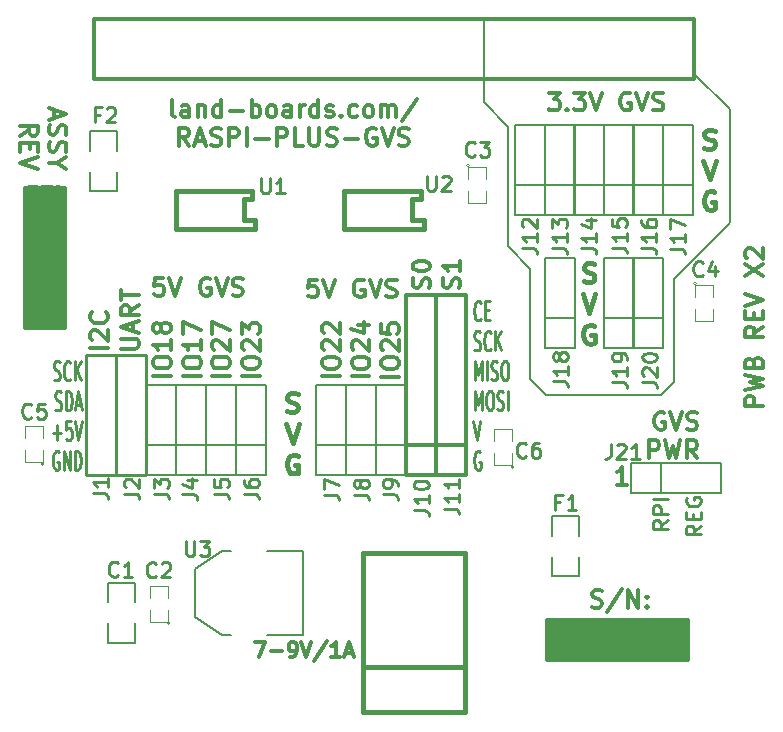
<source format=gto>
G04 (created by PCBNEW (2013-04-19 BZR 4011)-stable) date 02/09/2014 13:09:43*
%MOIN*%
G04 Gerber Fmt 3.4, Leading zero omitted, Abs format*
%FSLAX34Y34*%
G01*
G70*
G90*
G04 APERTURE LIST*
%ADD10C,0*%
%ADD11C,0.00984252*%
%ADD12C,0.00787402*%
%ADD13C,0.011811*%
%ADD14C,0.015*%
%ADD15C,0.00875*%
%ADD16C,0.01*%
%ADD17C,0.006*%
%ADD18C,0.012*%
%ADD19C,0.005*%
%ADD20C,0.008*%
%ADD21C,0.0039*%
%ADD22C,0.025*%
G04 APERTURE END LIST*
G54D10*
G54D11*
X21914Y-17093D02*
X21676Y-17259D01*
X21914Y-17378D02*
X21414Y-17378D01*
X21414Y-17188D01*
X21438Y-17140D01*
X21462Y-17116D01*
X21510Y-17093D01*
X21581Y-17093D01*
X21629Y-17116D01*
X21653Y-17140D01*
X21676Y-17188D01*
X21676Y-17378D01*
X21914Y-16878D02*
X21414Y-16878D01*
X21414Y-16688D01*
X21438Y-16640D01*
X21462Y-16616D01*
X21510Y-16593D01*
X21581Y-16593D01*
X21629Y-16616D01*
X21653Y-16640D01*
X21676Y-16688D01*
X21676Y-16878D01*
X21914Y-16378D02*
X21414Y-16378D01*
G54D12*
X15790Y-3160D02*
X15790Y-350D01*
X16570Y-3940D02*
X15790Y-3160D01*
X17310Y-12370D02*
X17310Y-8690D01*
X17840Y-12900D02*
X17310Y-12370D01*
X21680Y-12900D02*
X17840Y-12900D01*
X22110Y-12470D02*
X21680Y-12900D01*
X22110Y-9040D02*
X22110Y-12470D01*
X23980Y-7170D02*
X22110Y-9040D01*
G54D11*
X23017Y-17268D02*
X22779Y-17434D01*
X23017Y-17553D02*
X22517Y-17553D01*
X22517Y-17363D01*
X22541Y-17315D01*
X22564Y-17291D01*
X22612Y-17268D01*
X22684Y-17268D01*
X22731Y-17291D01*
X22755Y-17315D01*
X22779Y-17363D01*
X22779Y-17553D01*
X22755Y-17053D02*
X22755Y-16887D01*
X23017Y-16815D02*
X23017Y-17053D01*
X22517Y-17053D01*
X22517Y-16815D01*
X22541Y-16339D02*
X22517Y-16387D01*
X22517Y-16458D01*
X22541Y-16529D01*
X22588Y-16577D01*
X22636Y-16601D01*
X22731Y-16625D01*
X22803Y-16625D01*
X22898Y-16601D01*
X22945Y-16577D01*
X22993Y-16529D01*
X23017Y-16458D01*
X23017Y-16410D01*
X22993Y-16339D01*
X22969Y-16315D01*
X22803Y-16315D01*
X22803Y-16410D01*
G54D13*
X21802Y-13515D02*
X21746Y-13487D01*
X21661Y-13487D01*
X21577Y-13515D01*
X21521Y-13571D01*
X21493Y-13627D01*
X21465Y-13740D01*
X21465Y-13824D01*
X21493Y-13937D01*
X21521Y-13993D01*
X21577Y-14049D01*
X21661Y-14077D01*
X21718Y-14077D01*
X21802Y-14049D01*
X21830Y-14021D01*
X21830Y-13824D01*
X21718Y-13824D01*
X21999Y-13487D02*
X22196Y-14077D01*
X22393Y-13487D01*
X22561Y-14049D02*
X22646Y-14077D01*
X22786Y-14077D01*
X22843Y-14049D01*
X22871Y-14021D01*
X22899Y-13965D01*
X22899Y-13908D01*
X22871Y-13852D01*
X22843Y-13824D01*
X22786Y-13796D01*
X22674Y-13768D01*
X22618Y-13740D01*
X22589Y-13712D01*
X22561Y-13655D01*
X22561Y-13599D01*
X22589Y-13543D01*
X22618Y-13515D01*
X22674Y-13487D01*
X22814Y-13487D01*
X22899Y-13515D01*
X21296Y-15022D02*
X21296Y-14431D01*
X21521Y-14431D01*
X21577Y-14460D01*
X21605Y-14488D01*
X21633Y-14544D01*
X21633Y-14628D01*
X21605Y-14685D01*
X21577Y-14713D01*
X21521Y-14741D01*
X21296Y-14741D01*
X21830Y-14431D02*
X21971Y-15022D01*
X22083Y-14600D01*
X22196Y-15022D01*
X22336Y-14431D01*
X22899Y-15022D02*
X22702Y-14741D01*
X22561Y-15022D02*
X22561Y-14431D01*
X22786Y-14431D01*
X22843Y-14460D01*
X22871Y-14488D01*
X22899Y-14544D01*
X22899Y-14628D01*
X22871Y-14685D01*
X22843Y-14713D01*
X22786Y-14741D01*
X22561Y-14741D01*
X10232Y-9068D02*
X9951Y-9068D01*
X9923Y-9349D01*
X9951Y-9321D01*
X10007Y-9293D01*
X10148Y-9293D01*
X10204Y-9321D01*
X10232Y-9349D01*
X10261Y-9405D01*
X10261Y-9546D01*
X10232Y-9602D01*
X10204Y-9630D01*
X10148Y-9659D01*
X10007Y-9659D01*
X9951Y-9630D01*
X9923Y-9602D01*
X10429Y-9068D02*
X10626Y-9659D01*
X10823Y-9068D01*
X11779Y-9096D02*
X11723Y-9068D01*
X11639Y-9068D01*
X11554Y-9096D01*
X11498Y-9152D01*
X11470Y-9209D01*
X11442Y-9321D01*
X11442Y-9405D01*
X11470Y-9518D01*
X11498Y-9574D01*
X11554Y-9630D01*
X11639Y-9659D01*
X11695Y-9659D01*
X11779Y-9630D01*
X11807Y-9602D01*
X11807Y-9405D01*
X11695Y-9405D01*
X11976Y-9068D02*
X12173Y-9659D01*
X12370Y-9068D01*
X12538Y-9630D02*
X12623Y-9659D01*
X12763Y-9659D01*
X12820Y-9630D01*
X12848Y-9602D01*
X12876Y-9546D01*
X12876Y-9490D01*
X12848Y-9434D01*
X12820Y-9405D01*
X12763Y-9377D01*
X12651Y-9349D01*
X12595Y-9321D01*
X12567Y-9293D01*
X12538Y-9237D01*
X12538Y-9180D01*
X12567Y-9124D01*
X12595Y-9096D01*
X12651Y-9068D01*
X12792Y-9068D01*
X12876Y-9096D01*
G54D12*
X23976Y-3385D02*
X22795Y-2204D01*
X23976Y-7165D02*
X23976Y-3385D01*
X16574Y-7952D02*
X17322Y-8700D01*
X16574Y-3937D02*
X16574Y-7952D01*
G54D14*
X23128Y-4672D02*
X23217Y-4701D01*
X23366Y-4701D01*
X23426Y-4672D01*
X23455Y-4642D01*
X23485Y-4582D01*
X23485Y-4523D01*
X23455Y-4463D01*
X23426Y-4433D01*
X23366Y-4404D01*
X23247Y-4374D01*
X23188Y-4344D01*
X23158Y-4314D01*
X23128Y-4255D01*
X23128Y-4195D01*
X23158Y-4136D01*
X23188Y-4106D01*
X23247Y-4076D01*
X23396Y-4076D01*
X23485Y-4106D01*
X23098Y-5101D02*
X23307Y-5726D01*
X23515Y-5101D01*
X23470Y-6156D02*
X23411Y-6126D01*
X23321Y-6126D01*
X23232Y-6156D01*
X23173Y-6216D01*
X23143Y-6275D01*
X23113Y-6394D01*
X23113Y-6483D01*
X23143Y-6602D01*
X23173Y-6662D01*
X23232Y-6722D01*
X23321Y-6751D01*
X23381Y-6751D01*
X23470Y-6722D01*
X23500Y-6692D01*
X23500Y-6483D01*
X23381Y-6483D01*
X19112Y-9120D02*
X19202Y-9150D01*
X19350Y-9150D01*
X19410Y-9120D01*
X19440Y-9091D01*
X19469Y-9031D01*
X19469Y-8972D01*
X19440Y-8912D01*
X19410Y-8882D01*
X19350Y-8852D01*
X19231Y-8823D01*
X19172Y-8793D01*
X19142Y-8763D01*
X19112Y-8704D01*
X19112Y-8644D01*
X19142Y-8585D01*
X19172Y-8555D01*
X19231Y-8525D01*
X19380Y-8525D01*
X19469Y-8555D01*
X19083Y-9550D02*
X19291Y-10175D01*
X19499Y-9550D01*
X19455Y-10605D02*
X19395Y-10575D01*
X19306Y-10575D01*
X19216Y-10605D01*
X19157Y-10664D01*
X19127Y-10724D01*
X19097Y-10843D01*
X19097Y-10932D01*
X19127Y-11051D01*
X19157Y-11111D01*
X19216Y-11170D01*
X19306Y-11200D01*
X19365Y-11200D01*
X19455Y-11170D01*
X19484Y-11141D01*
X19484Y-10932D01*
X19365Y-10932D01*
G54D13*
X17943Y-2838D02*
X18309Y-2838D01*
X18112Y-3063D01*
X18196Y-3063D01*
X18253Y-3091D01*
X18281Y-3119D01*
X18309Y-3175D01*
X18309Y-3316D01*
X18281Y-3372D01*
X18253Y-3400D01*
X18196Y-3429D01*
X18028Y-3429D01*
X17971Y-3400D01*
X17943Y-3372D01*
X18562Y-3372D02*
X18590Y-3400D01*
X18562Y-3429D01*
X18534Y-3400D01*
X18562Y-3372D01*
X18562Y-3429D01*
X18787Y-2838D02*
X19152Y-2838D01*
X18956Y-3063D01*
X19040Y-3063D01*
X19096Y-3091D01*
X19124Y-3119D01*
X19152Y-3175D01*
X19152Y-3316D01*
X19124Y-3372D01*
X19096Y-3400D01*
X19040Y-3429D01*
X18871Y-3429D01*
X18815Y-3400D01*
X18787Y-3372D01*
X19321Y-2838D02*
X19518Y-3429D01*
X19715Y-2838D01*
X20671Y-2866D02*
X20615Y-2838D01*
X20530Y-2838D01*
X20446Y-2866D01*
X20390Y-2922D01*
X20362Y-2979D01*
X20334Y-3091D01*
X20334Y-3175D01*
X20362Y-3288D01*
X20390Y-3344D01*
X20446Y-3400D01*
X20530Y-3429D01*
X20587Y-3429D01*
X20671Y-3400D01*
X20699Y-3372D01*
X20699Y-3175D01*
X20587Y-3175D01*
X20868Y-2838D02*
X21065Y-3429D01*
X21262Y-2838D01*
X21430Y-3400D02*
X21515Y-3429D01*
X21655Y-3429D01*
X21711Y-3400D01*
X21740Y-3372D01*
X21768Y-3316D01*
X21768Y-3260D01*
X21740Y-3204D01*
X21711Y-3175D01*
X21655Y-3147D01*
X21543Y-3119D01*
X21486Y-3091D01*
X21458Y-3063D01*
X21430Y-3007D01*
X21430Y-2950D01*
X21458Y-2894D01*
X21486Y-2866D01*
X21543Y-2838D01*
X21683Y-2838D01*
X21768Y-2866D01*
X5102Y-9018D02*
X4821Y-9018D01*
X4793Y-9299D01*
X4821Y-9271D01*
X4877Y-9243D01*
X5018Y-9243D01*
X5074Y-9271D01*
X5102Y-9299D01*
X5131Y-9355D01*
X5131Y-9496D01*
X5102Y-9552D01*
X5074Y-9580D01*
X5018Y-9609D01*
X4877Y-9609D01*
X4821Y-9580D01*
X4793Y-9552D01*
X5299Y-9018D02*
X5496Y-9609D01*
X5693Y-9018D01*
X6649Y-9046D02*
X6593Y-9018D01*
X6509Y-9018D01*
X6424Y-9046D01*
X6368Y-9102D01*
X6340Y-9159D01*
X6312Y-9271D01*
X6312Y-9355D01*
X6340Y-9468D01*
X6368Y-9524D01*
X6424Y-9580D01*
X6509Y-9609D01*
X6565Y-9609D01*
X6649Y-9580D01*
X6677Y-9552D01*
X6677Y-9355D01*
X6565Y-9355D01*
X6846Y-9018D02*
X7043Y-9609D01*
X7240Y-9018D01*
X7408Y-9580D02*
X7493Y-9609D01*
X7633Y-9609D01*
X7690Y-9580D01*
X7718Y-9552D01*
X7746Y-9496D01*
X7746Y-9440D01*
X7718Y-9384D01*
X7690Y-9355D01*
X7633Y-9327D01*
X7521Y-9299D01*
X7465Y-9271D01*
X7437Y-9243D01*
X7408Y-9187D01*
X7408Y-9130D01*
X7437Y-9074D01*
X7465Y-9046D01*
X7521Y-9018D01*
X7662Y-9018D01*
X7746Y-9046D01*
X25081Y-13284D02*
X24491Y-13284D01*
X24491Y-13059D01*
X24519Y-13003D01*
X24547Y-12975D01*
X24603Y-12947D01*
X24687Y-12947D01*
X24744Y-12975D01*
X24772Y-13003D01*
X24800Y-13059D01*
X24800Y-13284D01*
X24491Y-12750D02*
X25081Y-12609D01*
X24659Y-12497D01*
X25081Y-12384D01*
X24491Y-12244D01*
X24772Y-11822D02*
X24800Y-11737D01*
X24828Y-11709D01*
X24884Y-11681D01*
X24969Y-11681D01*
X25025Y-11709D01*
X25053Y-11737D01*
X25081Y-11794D01*
X25081Y-12019D01*
X24491Y-12019D01*
X24491Y-11822D01*
X24519Y-11766D01*
X24547Y-11737D01*
X24603Y-11709D01*
X24659Y-11709D01*
X24715Y-11737D01*
X24744Y-11766D01*
X24772Y-11822D01*
X24772Y-12019D01*
X25081Y-10641D02*
X24800Y-10838D01*
X25081Y-10978D02*
X24491Y-10978D01*
X24491Y-10753D01*
X24519Y-10697D01*
X24547Y-10669D01*
X24603Y-10641D01*
X24687Y-10641D01*
X24744Y-10669D01*
X24772Y-10697D01*
X24800Y-10753D01*
X24800Y-10978D01*
X24772Y-10388D02*
X24772Y-10191D01*
X25081Y-10106D02*
X25081Y-10388D01*
X24491Y-10388D01*
X24491Y-10106D01*
X24491Y-9938D02*
X25081Y-9741D01*
X24491Y-9544D01*
X24491Y-8953D02*
X25081Y-8560D01*
X24491Y-8560D02*
X25081Y-8953D01*
X24547Y-8363D02*
X24519Y-8335D01*
X24491Y-8278D01*
X24491Y-8138D01*
X24519Y-8082D01*
X24547Y-8053D01*
X24603Y-8025D01*
X24659Y-8025D01*
X24744Y-8053D01*
X25081Y-8391D01*
X25081Y-8025D01*
X1449Y-3405D02*
X1449Y-3686D01*
X1280Y-3349D02*
X1871Y-3545D01*
X1280Y-3742D01*
X1309Y-3911D02*
X1280Y-3995D01*
X1280Y-4136D01*
X1309Y-4192D01*
X1337Y-4220D01*
X1393Y-4248D01*
X1449Y-4248D01*
X1505Y-4220D01*
X1534Y-4192D01*
X1562Y-4136D01*
X1590Y-4023D01*
X1618Y-3967D01*
X1646Y-3939D01*
X1702Y-3911D01*
X1759Y-3911D01*
X1815Y-3939D01*
X1843Y-3967D01*
X1871Y-4023D01*
X1871Y-4164D01*
X1843Y-4248D01*
X1309Y-4473D02*
X1280Y-4558D01*
X1280Y-4698D01*
X1309Y-4755D01*
X1337Y-4783D01*
X1393Y-4811D01*
X1449Y-4811D01*
X1505Y-4783D01*
X1534Y-4755D01*
X1562Y-4698D01*
X1590Y-4586D01*
X1618Y-4530D01*
X1646Y-4501D01*
X1702Y-4473D01*
X1759Y-4473D01*
X1815Y-4501D01*
X1843Y-4530D01*
X1871Y-4586D01*
X1871Y-4726D01*
X1843Y-4811D01*
X1562Y-5176D02*
X1280Y-5176D01*
X1871Y-4980D02*
X1562Y-5176D01*
X1871Y-5373D01*
X336Y-4277D02*
X617Y-4080D01*
X336Y-3939D02*
X926Y-3939D01*
X926Y-4164D01*
X898Y-4220D01*
X870Y-4248D01*
X814Y-4277D01*
X729Y-4277D01*
X673Y-4248D01*
X645Y-4220D01*
X617Y-4164D01*
X617Y-3939D01*
X645Y-4530D02*
X645Y-4726D01*
X336Y-4811D02*
X336Y-4530D01*
X926Y-4530D01*
X926Y-4811D01*
X926Y-4980D02*
X336Y-5176D01*
X926Y-5373D01*
X19386Y-19974D02*
X19471Y-20002D01*
X19611Y-20002D01*
X19668Y-19974D01*
X19696Y-19946D01*
X19724Y-19890D01*
X19724Y-19834D01*
X19696Y-19777D01*
X19668Y-19749D01*
X19611Y-19721D01*
X19499Y-19693D01*
X19443Y-19665D01*
X19415Y-19637D01*
X19386Y-19580D01*
X19386Y-19524D01*
X19415Y-19468D01*
X19443Y-19440D01*
X19499Y-19412D01*
X19640Y-19412D01*
X19724Y-19440D01*
X20399Y-19384D02*
X19893Y-20143D01*
X20596Y-20002D02*
X20596Y-19412D01*
X20933Y-20002D01*
X20933Y-19412D01*
X21214Y-19946D02*
X21242Y-19974D01*
X21214Y-20002D01*
X21186Y-19974D01*
X21214Y-19946D01*
X21214Y-20002D01*
X21214Y-19637D02*
X21242Y-19665D01*
X21214Y-19693D01*
X21186Y-19665D01*
X21214Y-19637D01*
X21214Y-19693D01*
X20562Y-15908D02*
X20224Y-15908D01*
X20393Y-15908D02*
X20393Y-15317D01*
X20337Y-15402D01*
X20281Y-15458D01*
X20224Y-15486D01*
X8157Y-21152D02*
X8490Y-21152D01*
X8276Y-21652D01*
X8680Y-21461D02*
X9061Y-21461D01*
X9323Y-21652D02*
X9419Y-21652D01*
X9466Y-21628D01*
X9490Y-21604D01*
X9538Y-21533D01*
X9561Y-21438D01*
X9561Y-21247D01*
X9538Y-21200D01*
X9514Y-21176D01*
X9466Y-21152D01*
X9371Y-21152D01*
X9323Y-21176D01*
X9300Y-21200D01*
X9276Y-21247D01*
X9276Y-21366D01*
X9300Y-21414D01*
X9323Y-21438D01*
X9371Y-21461D01*
X9466Y-21461D01*
X9514Y-21438D01*
X9538Y-21414D01*
X9561Y-21366D01*
X9704Y-21152D02*
X9871Y-21652D01*
X10038Y-21152D01*
X10561Y-21128D02*
X10133Y-21771D01*
X10990Y-21652D02*
X10704Y-21652D01*
X10847Y-21652D02*
X10847Y-21152D01*
X10800Y-21223D01*
X10752Y-21271D01*
X10704Y-21295D01*
X11180Y-21509D02*
X11419Y-21509D01*
X11133Y-21652D02*
X11300Y-21152D01*
X11466Y-21652D01*
G54D15*
X1441Y-12403D02*
X1491Y-12433D01*
X1574Y-12433D01*
X1607Y-12403D01*
X1624Y-12372D01*
X1641Y-12310D01*
X1641Y-12248D01*
X1624Y-12186D01*
X1607Y-12155D01*
X1574Y-12124D01*
X1507Y-12093D01*
X1474Y-12062D01*
X1457Y-12031D01*
X1441Y-11969D01*
X1441Y-11907D01*
X1457Y-11845D01*
X1474Y-11814D01*
X1507Y-11783D01*
X1591Y-11783D01*
X1641Y-11814D01*
X1991Y-12372D02*
X1974Y-12403D01*
X1924Y-12433D01*
X1891Y-12433D01*
X1841Y-12403D01*
X1807Y-12341D01*
X1791Y-12279D01*
X1774Y-12155D01*
X1774Y-12062D01*
X1791Y-11938D01*
X1807Y-11876D01*
X1841Y-11814D01*
X1891Y-11783D01*
X1924Y-11783D01*
X1974Y-11814D01*
X1991Y-11845D01*
X2141Y-12433D02*
X2141Y-11783D01*
X2341Y-12433D02*
X2191Y-12062D01*
X2341Y-11783D02*
X2141Y-12155D01*
X1491Y-13400D02*
X1541Y-13431D01*
X1624Y-13431D01*
X1657Y-13400D01*
X1674Y-13369D01*
X1691Y-13307D01*
X1691Y-13245D01*
X1674Y-13183D01*
X1657Y-13152D01*
X1624Y-13121D01*
X1557Y-13090D01*
X1524Y-13060D01*
X1507Y-13029D01*
X1491Y-12967D01*
X1491Y-12905D01*
X1507Y-12843D01*
X1524Y-12812D01*
X1557Y-12781D01*
X1641Y-12781D01*
X1691Y-12812D01*
X1841Y-13431D02*
X1841Y-12781D01*
X1924Y-12781D01*
X1974Y-12812D01*
X2007Y-12874D01*
X2024Y-12936D01*
X2041Y-13060D01*
X2041Y-13152D01*
X2024Y-13276D01*
X2007Y-13338D01*
X1974Y-13400D01*
X1924Y-13431D01*
X1841Y-13431D01*
X2174Y-13245D02*
X2341Y-13245D01*
X2141Y-13431D02*
X2257Y-12781D01*
X2374Y-13431D01*
X1424Y-14181D02*
X1691Y-14181D01*
X1557Y-14428D02*
X1557Y-13933D01*
X2024Y-13778D02*
X1857Y-13778D01*
X1841Y-14088D01*
X1857Y-14057D01*
X1891Y-14026D01*
X1974Y-14026D01*
X2007Y-14057D01*
X2024Y-14088D01*
X2041Y-14150D01*
X2041Y-14305D01*
X2024Y-14367D01*
X2007Y-14398D01*
X1974Y-14428D01*
X1891Y-14428D01*
X1857Y-14398D01*
X1841Y-14367D01*
X2141Y-13778D02*
X2257Y-14428D01*
X2374Y-13778D01*
X1607Y-14807D02*
X1574Y-14776D01*
X1524Y-14776D01*
X1474Y-14807D01*
X1441Y-14869D01*
X1424Y-14931D01*
X1407Y-15055D01*
X1407Y-15147D01*
X1424Y-15271D01*
X1441Y-15333D01*
X1474Y-15395D01*
X1524Y-15426D01*
X1557Y-15426D01*
X1607Y-15395D01*
X1624Y-15364D01*
X1624Y-15147D01*
X1557Y-15147D01*
X1774Y-15426D02*
X1774Y-14776D01*
X1974Y-15426D01*
X1974Y-14776D01*
X2141Y-15426D02*
X2141Y-14776D01*
X2224Y-14776D01*
X2274Y-14807D01*
X2307Y-14869D01*
X2324Y-14931D01*
X2341Y-15055D01*
X2341Y-15147D01*
X2324Y-15271D01*
X2307Y-15333D01*
X2274Y-15395D01*
X2224Y-15426D01*
X2141Y-15426D01*
X15680Y-10372D02*
X15663Y-10403D01*
X15613Y-10433D01*
X15580Y-10433D01*
X15530Y-10403D01*
X15496Y-10341D01*
X15480Y-10279D01*
X15463Y-10155D01*
X15463Y-10062D01*
X15480Y-9938D01*
X15496Y-9876D01*
X15530Y-9814D01*
X15580Y-9783D01*
X15613Y-9783D01*
X15663Y-9814D01*
X15680Y-9845D01*
X15830Y-10093D02*
X15946Y-10093D01*
X15996Y-10433D02*
X15830Y-10433D01*
X15830Y-9783D01*
X15996Y-9783D01*
X15463Y-11400D02*
X15513Y-11431D01*
X15596Y-11431D01*
X15630Y-11400D01*
X15646Y-11369D01*
X15663Y-11307D01*
X15663Y-11245D01*
X15646Y-11183D01*
X15630Y-11152D01*
X15596Y-11121D01*
X15530Y-11090D01*
X15496Y-11060D01*
X15480Y-11029D01*
X15463Y-10967D01*
X15463Y-10905D01*
X15480Y-10843D01*
X15496Y-10812D01*
X15530Y-10781D01*
X15613Y-10781D01*
X15663Y-10812D01*
X16013Y-11369D02*
X15996Y-11400D01*
X15946Y-11431D01*
X15913Y-11431D01*
X15863Y-11400D01*
X15830Y-11338D01*
X15813Y-11276D01*
X15796Y-11152D01*
X15796Y-11060D01*
X15813Y-10936D01*
X15830Y-10874D01*
X15863Y-10812D01*
X15913Y-10781D01*
X15946Y-10781D01*
X15996Y-10812D01*
X16013Y-10843D01*
X16163Y-11431D02*
X16163Y-10781D01*
X16363Y-11431D02*
X16213Y-11060D01*
X16363Y-10781D02*
X16163Y-11152D01*
X15480Y-12428D02*
X15480Y-11778D01*
X15596Y-12243D01*
X15713Y-11778D01*
X15713Y-12428D01*
X15880Y-12428D02*
X15880Y-11778D01*
X16030Y-12398D02*
X16080Y-12428D01*
X16163Y-12428D01*
X16196Y-12398D01*
X16213Y-12367D01*
X16230Y-12305D01*
X16230Y-12243D01*
X16213Y-12181D01*
X16196Y-12150D01*
X16163Y-12119D01*
X16096Y-12088D01*
X16063Y-12057D01*
X16046Y-12026D01*
X16030Y-11964D01*
X16030Y-11902D01*
X16046Y-11840D01*
X16063Y-11809D01*
X16096Y-11778D01*
X16180Y-11778D01*
X16230Y-11809D01*
X16446Y-11778D02*
X16513Y-11778D01*
X16546Y-11809D01*
X16580Y-11871D01*
X16596Y-11995D01*
X16596Y-12212D01*
X16580Y-12336D01*
X16546Y-12398D01*
X16513Y-12428D01*
X16446Y-12428D01*
X16413Y-12398D01*
X16380Y-12336D01*
X16363Y-12212D01*
X16363Y-11995D01*
X16380Y-11871D01*
X16413Y-11809D01*
X16446Y-11778D01*
X15480Y-13426D02*
X15480Y-12776D01*
X15596Y-13240D01*
X15713Y-12776D01*
X15713Y-13426D01*
X15946Y-12776D02*
X16013Y-12776D01*
X16046Y-12807D01*
X16080Y-12869D01*
X16096Y-12993D01*
X16096Y-13209D01*
X16080Y-13333D01*
X16046Y-13395D01*
X16013Y-13426D01*
X15946Y-13426D01*
X15913Y-13395D01*
X15880Y-13333D01*
X15863Y-13209D01*
X15863Y-12993D01*
X15880Y-12869D01*
X15913Y-12807D01*
X15946Y-12776D01*
X16230Y-13395D02*
X16280Y-13426D01*
X16363Y-13426D01*
X16396Y-13395D01*
X16413Y-13364D01*
X16430Y-13302D01*
X16430Y-13240D01*
X16413Y-13178D01*
X16396Y-13147D01*
X16363Y-13116D01*
X16296Y-13085D01*
X16263Y-13055D01*
X16246Y-13024D01*
X16230Y-12962D01*
X16230Y-12900D01*
X16246Y-12838D01*
X16263Y-12807D01*
X16296Y-12776D01*
X16380Y-12776D01*
X16430Y-12807D01*
X16580Y-13426D02*
X16580Y-12776D01*
X15430Y-13773D02*
X15546Y-14423D01*
X15663Y-13773D01*
X15663Y-14802D02*
X15630Y-14771D01*
X15580Y-14771D01*
X15530Y-14802D01*
X15496Y-14864D01*
X15480Y-14926D01*
X15463Y-15050D01*
X15463Y-15142D01*
X15480Y-15266D01*
X15496Y-15328D01*
X15530Y-15390D01*
X15580Y-15421D01*
X15613Y-15421D01*
X15663Y-15390D01*
X15680Y-15359D01*
X15680Y-15142D01*
X15613Y-15142D01*
G54D13*
X5488Y-3659D02*
X5432Y-3630D01*
X5404Y-3574D01*
X5404Y-3068D01*
X5966Y-3659D02*
X5966Y-3349D01*
X5938Y-3293D01*
X5882Y-3265D01*
X5770Y-3265D01*
X5713Y-3293D01*
X5966Y-3630D02*
X5910Y-3659D01*
X5770Y-3659D01*
X5713Y-3630D01*
X5685Y-3574D01*
X5685Y-3518D01*
X5713Y-3462D01*
X5770Y-3434D01*
X5910Y-3434D01*
X5966Y-3405D01*
X6248Y-3265D02*
X6248Y-3659D01*
X6248Y-3321D02*
X6276Y-3293D01*
X6332Y-3265D01*
X6416Y-3265D01*
X6473Y-3293D01*
X6501Y-3349D01*
X6501Y-3659D01*
X7035Y-3659D02*
X7035Y-3068D01*
X7035Y-3630D02*
X6979Y-3659D01*
X6866Y-3659D01*
X6810Y-3630D01*
X6782Y-3602D01*
X6754Y-3546D01*
X6754Y-3377D01*
X6782Y-3321D01*
X6810Y-3293D01*
X6866Y-3265D01*
X6979Y-3265D01*
X7035Y-3293D01*
X7316Y-3434D02*
X7766Y-3434D01*
X8047Y-3659D02*
X8047Y-3068D01*
X8047Y-3293D02*
X8104Y-3265D01*
X8216Y-3265D01*
X8272Y-3293D01*
X8301Y-3321D01*
X8329Y-3377D01*
X8329Y-3546D01*
X8301Y-3602D01*
X8272Y-3630D01*
X8216Y-3659D01*
X8104Y-3659D01*
X8047Y-3630D01*
X8666Y-3659D02*
X8610Y-3630D01*
X8582Y-3602D01*
X8554Y-3546D01*
X8554Y-3377D01*
X8582Y-3321D01*
X8610Y-3293D01*
X8666Y-3265D01*
X8751Y-3265D01*
X8807Y-3293D01*
X8835Y-3321D01*
X8863Y-3377D01*
X8863Y-3546D01*
X8835Y-3602D01*
X8807Y-3630D01*
X8751Y-3659D01*
X8666Y-3659D01*
X9369Y-3659D02*
X9369Y-3349D01*
X9341Y-3293D01*
X9285Y-3265D01*
X9172Y-3265D01*
X9116Y-3293D01*
X9369Y-3630D02*
X9313Y-3659D01*
X9172Y-3659D01*
X9116Y-3630D01*
X9088Y-3574D01*
X9088Y-3518D01*
X9116Y-3462D01*
X9172Y-3434D01*
X9313Y-3434D01*
X9369Y-3405D01*
X9650Y-3659D02*
X9650Y-3265D01*
X9650Y-3377D02*
X9679Y-3321D01*
X9707Y-3293D01*
X9763Y-3265D01*
X9819Y-3265D01*
X10269Y-3659D02*
X10269Y-3068D01*
X10269Y-3630D02*
X10213Y-3659D01*
X10100Y-3659D01*
X10044Y-3630D01*
X10016Y-3602D01*
X9988Y-3546D01*
X9988Y-3377D01*
X10016Y-3321D01*
X10044Y-3293D01*
X10100Y-3265D01*
X10213Y-3265D01*
X10269Y-3293D01*
X10522Y-3630D02*
X10578Y-3659D01*
X10691Y-3659D01*
X10747Y-3630D01*
X10775Y-3574D01*
X10775Y-3546D01*
X10747Y-3490D01*
X10691Y-3462D01*
X10607Y-3462D01*
X10550Y-3434D01*
X10522Y-3377D01*
X10522Y-3349D01*
X10550Y-3293D01*
X10607Y-3265D01*
X10691Y-3265D01*
X10747Y-3293D01*
X11028Y-3602D02*
X11056Y-3630D01*
X11028Y-3659D01*
X11000Y-3630D01*
X11028Y-3602D01*
X11028Y-3659D01*
X11563Y-3630D02*
X11506Y-3659D01*
X11394Y-3659D01*
X11338Y-3630D01*
X11310Y-3602D01*
X11281Y-3546D01*
X11281Y-3377D01*
X11310Y-3321D01*
X11338Y-3293D01*
X11394Y-3265D01*
X11506Y-3265D01*
X11563Y-3293D01*
X11900Y-3659D02*
X11844Y-3630D01*
X11816Y-3602D01*
X11788Y-3546D01*
X11788Y-3377D01*
X11816Y-3321D01*
X11844Y-3293D01*
X11900Y-3265D01*
X11984Y-3265D01*
X12041Y-3293D01*
X12069Y-3321D01*
X12097Y-3377D01*
X12097Y-3546D01*
X12069Y-3602D01*
X12041Y-3630D01*
X11984Y-3659D01*
X11900Y-3659D01*
X12350Y-3659D02*
X12350Y-3265D01*
X12350Y-3321D02*
X12378Y-3293D01*
X12434Y-3265D01*
X12519Y-3265D01*
X12575Y-3293D01*
X12603Y-3349D01*
X12603Y-3659D01*
X12603Y-3349D02*
X12631Y-3293D01*
X12688Y-3265D01*
X12772Y-3265D01*
X12828Y-3293D01*
X12856Y-3349D01*
X12856Y-3659D01*
X13559Y-3040D02*
X13053Y-3799D01*
X5966Y-4603D02*
X5770Y-4322D01*
X5629Y-4603D02*
X5629Y-4013D01*
X5854Y-4013D01*
X5910Y-4041D01*
X5938Y-4069D01*
X5966Y-4125D01*
X5966Y-4210D01*
X5938Y-4266D01*
X5910Y-4294D01*
X5854Y-4322D01*
X5629Y-4322D01*
X6191Y-4435D02*
X6473Y-4435D01*
X6135Y-4603D02*
X6332Y-4013D01*
X6529Y-4603D01*
X6698Y-4575D02*
X6782Y-4603D01*
X6923Y-4603D01*
X6979Y-4575D01*
X7007Y-4547D01*
X7035Y-4491D01*
X7035Y-4435D01*
X7007Y-4378D01*
X6979Y-4350D01*
X6923Y-4322D01*
X6810Y-4294D01*
X6754Y-4266D01*
X6726Y-4238D01*
X6698Y-4182D01*
X6698Y-4125D01*
X6726Y-4069D01*
X6754Y-4041D01*
X6810Y-4013D01*
X6951Y-4013D01*
X7035Y-4041D01*
X7288Y-4603D02*
X7288Y-4013D01*
X7513Y-4013D01*
X7569Y-4041D01*
X7598Y-4069D01*
X7626Y-4125D01*
X7626Y-4210D01*
X7598Y-4266D01*
X7569Y-4294D01*
X7513Y-4322D01*
X7288Y-4322D01*
X7879Y-4603D02*
X7879Y-4013D01*
X8160Y-4378D02*
X8610Y-4378D01*
X8891Y-4603D02*
X8891Y-4013D01*
X9116Y-4013D01*
X9172Y-4041D01*
X9200Y-4069D01*
X9229Y-4125D01*
X9229Y-4210D01*
X9200Y-4266D01*
X9172Y-4294D01*
X9116Y-4322D01*
X8891Y-4322D01*
X9763Y-4603D02*
X9482Y-4603D01*
X9482Y-4013D01*
X9960Y-4013D02*
X9960Y-4491D01*
X9988Y-4547D01*
X10016Y-4575D01*
X10072Y-4603D01*
X10185Y-4603D01*
X10241Y-4575D01*
X10269Y-4547D01*
X10297Y-4491D01*
X10297Y-4013D01*
X10550Y-4575D02*
X10635Y-4603D01*
X10775Y-4603D01*
X10832Y-4575D01*
X10860Y-4547D01*
X10888Y-4491D01*
X10888Y-4435D01*
X10860Y-4378D01*
X10832Y-4350D01*
X10775Y-4322D01*
X10663Y-4294D01*
X10607Y-4266D01*
X10578Y-4238D01*
X10550Y-4182D01*
X10550Y-4125D01*
X10578Y-4069D01*
X10607Y-4041D01*
X10663Y-4013D01*
X10803Y-4013D01*
X10888Y-4041D01*
X11141Y-4378D02*
X11591Y-4378D01*
X12181Y-4041D02*
X12125Y-4013D01*
X12041Y-4013D01*
X11956Y-4041D01*
X11900Y-4097D01*
X11872Y-4153D01*
X11844Y-4266D01*
X11844Y-4350D01*
X11872Y-4463D01*
X11900Y-4519D01*
X11956Y-4575D01*
X12041Y-4603D01*
X12097Y-4603D01*
X12181Y-4575D01*
X12209Y-4547D01*
X12209Y-4350D01*
X12097Y-4350D01*
X12378Y-4013D02*
X12575Y-4603D01*
X12772Y-4013D01*
X12941Y-4575D02*
X13025Y-4603D01*
X13166Y-4603D01*
X13222Y-4575D01*
X13250Y-4547D01*
X13278Y-4491D01*
X13278Y-4435D01*
X13250Y-4378D01*
X13222Y-4350D01*
X13166Y-4322D01*
X13053Y-4294D01*
X12997Y-4266D01*
X12969Y-4238D01*
X12941Y-4182D01*
X12941Y-4125D01*
X12969Y-4069D01*
X12997Y-4041D01*
X13053Y-4013D01*
X13194Y-4013D01*
X13278Y-4041D01*
X14970Y-9349D02*
X14999Y-9265D01*
X14999Y-9124D01*
X14970Y-9068D01*
X14942Y-9040D01*
X14886Y-9012D01*
X14830Y-9012D01*
X14774Y-9040D01*
X14745Y-9068D01*
X14717Y-9124D01*
X14689Y-9237D01*
X14661Y-9293D01*
X14633Y-9321D01*
X14577Y-9349D01*
X14520Y-9349D01*
X14464Y-9321D01*
X14436Y-9293D01*
X14408Y-9237D01*
X14408Y-9096D01*
X14436Y-9012D01*
X14999Y-8450D02*
X14999Y-8787D01*
X14999Y-8618D02*
X14408Y-8618D01*
X14492Y-8675D01*
X14549Y-8731D01*
X14577Y-8787D01*
X13970Y-9349D02*
X13999Y-9265D01*
X13999Y-9124D01*
X13970Y-9068D01*
X13942Y-9040D01*
X13886Y-9012D01*
X13830Y-9012D01*
X13774Y-9040D01*
X13745Y-9068D01*
X13717Y-9124D01*
X13689Y-9237D01*
X13661Y-9293D01*
X13633Y-9321D01*
X13577Y-9349D01*
X13520Y-9349D01*
X13464Y-9321D01*
X13436Y-9293D01*
X13408Y-9237D01*
X13408Y-9096D01*
X13436Y-9012D01*
X13408Y-8646D02*
X13408Y-8590D01*
X13436Y-8534D01*
X13464Y-8506D01*
X13520Y-8478D01*
X13633Y-8450D01*
X13774Y-8450D01*
X13886Y-8478D01*
X13942Y-8506D01*
X13970Y-8534D01*
X13999Y-8590D01*
X13999Y-8646D01*
X13970Y-8703D01*
X13942Y-8731D01*
X13886Y-8759D01*
X13774Y-8787D01*
X13633Y-8787D01*
X13520Y-8759D01*
X13464Y-8731D01*
X13436Y-8703D01*
X13408Y-8646D01*
X12959Y-12301D02*
X12368Y-12301D01*
X12368Y-11908D02*
X12368Y-11795D01*
X12396Y-11739D01*
X12452Y-11683D01*
X12565Y-11654D01*
X12762Y-11654D01*
X12874Y-11683D01*
X12930Y-11739D01*
X12959Y-11795D01*
X12959Y-11908D01*
X12930Y-11964D01*
X12874Y-12020D01*
X12762Y-12048D01*
X12565Y-12048D01*
X12452Y-12020D01*
X12396Y-11964D01*
X12368Y-11908D01*
X12424Y-11429D02*
X12396Y-11401D01*
X12368Y-11345D01*
X12368Y-11205D01*
X12396Y-11148D01*
X12424Y-11120D01*
X12480Y-11092D01*
X12537Y-11092D01*
X12621Y-11120D01*
X12959Y-11458D01*
X12959Y-11092D01*
X12368Y-10558D02*
X12368Y-10839D01*
X12649Y-10867D01*
X12621Y-10839D01*
X12593Y-10783D01*
X12593Y-10642D01*
X12621Y-10586D01*
X12649Y-10558D01*
X12705Y-10530D01*
X12846Y-10530D01*
X12902Y-10558D01*
X12930Y-10586D01*
X12959Y-10642D01*
X12959Y-10783D01*
X12930Y-10839D01*
X12902Y-10867D01*
X11969Y-12291D02*
X11378Y-12291D01*
X11378Y-11898D02*
X11378Y-11785D01*
X11406Y-11729D01*
X11462Y-11673D01*
X11575Y-11644D01*
X11772Y-11644D01*
X11884Y-11673D01*
X11940Y-11729D01*
X11969Y-11785D01*
X11969Y-11898D01*
X11940Y-11954D01*
X11884Y-12010D01*
X11772Y-12038D01*
X11575Y-12038D01*
X11462Y-12010D01*
X11406Y-11954D01*
X11378Y-11898D01*
X11434Y-11419D02*
X11406Y-11391D01*
X11378Y-11335D01*
X11378Y-11195D01*
X11406Y-11138D01*
X11434Y-11110D01*
X11490Y-11082D01*
X11547Y-11082D01*
X11631Y-11110D01*
X11969Y-11448D01*
X11969Y-11082D01*
X11575Y-10576D02*
X11969Y-10576D01*
X11350Y-10716D02*
X11772Y-10857D01*
X11772Y-10491D01*
X10979Y-12291D02*
X10388Y-12291D01*
X10388Y-11898D02*
X10388Y-11785D01*
X10416Y-11729D01*
X10472Y-11673D01*
X10585Y-11644D01*
X10782Y-11644D01*
X10894Y-11673D01*
X10950Y-11729D01*
X10979Y-11785D01*
X10979Y-11898D01*
X10950Y-11954D01*
X10894Y-12010D01*
X10782Y-12038D01*
X10585Y-12038D01*
X10472Y-12010D01*
X10416Y-11954D01*
X10388Y-11898D01*
X10444Y-11419D02*
X10416Y-11391D01*
X10388Y-11335D01*
X10388Y-11195D01*
X10416Y-11138D01*
X10444Y-11110D01*
X10500Y-11082D01*
X10557Y-11082D01*
X10641Y-11110D01*
X10979Y-11448D01*
X10979Y-11082D01*
X10444Y-10857D02*
X10416Y-10829D01*
X10388Y-10773D01*
X10388Y-10632D01*
X10416Y-10576D01*
X10444Y-10548D01*
X10500Y-10520D01*
X10557Y-10520D01*
X10641Y-10548D01*
X10979Y-10885D01*
X10979Y-10520D01*
X8319Y-12291D02*
X7728Y-12291D01*
X7728Y-11898D02*
X7728Y-11785D01*
X7756Y-11729D01*
X7812Y-11673D01*
X7925Y-11644D01*
X8122Y-11644D01*
X8234Y-11673D01*
X8290Y-11729D01*
X8319Y-11785D01*
X8319Y-11898D01*
X8290Y-11954D01*
X8234Y-12010D01*
X8122Y-12038D01*
X7925Y-12038D01*
X7812Y-12010D01*
X7756Y-11954D01*
X7728Y-11898D01*
X7784Y-11419D02*
X7756Y-11391D01*
X7728Y-11335D01*
X7728Y-11195D01*
X7756Y-11138D01*
X7784Y-11110D01*
X7840Y-11082D01*
X7897Y-11082D01*
X7981Y-11110D01*
X8319Y-11448D01*
X8319Y-11082D01*
X7728Y-10885D02*
X7728Y-10520D01*
X7953Y-10716D01*
X7953Y-10632D01*
X7981Y-10576D01*
X8009Y-10548D01*
X8065Y-10520D01*
X8206Y-10520D01*
X8262Y-10548D01*
X8290Y-10576D01*
X8319Y-10632D01*
X8319Y-10801D01*
X8290Y-10857D01*
X8262Y-10885D01*
X7309Y-12281D02*
X6718Y-12281D01*
X6718Y-11888D02*
X6718Y-11775D01*
X6746Y-11719D01*
X6802Y-11663D01*
X6915Y-11634D01*
X7112Y-11634D01*
X7224Y-11663D01*
X7280Y-11719D01*
X7309Y-11775D01*
X7309Y-11888D01*
X7280Y-11944D01*
X7224Y-12000D01*
X7112Y-12028D01*
X6915Y-12028D01*
X6802Y-12000D01*
X6746Y-11944D01*
X6718Y-11888D01*
X6774Y-11409D02*
X6746Y-11381D01*
X6718Y-11325D01*
X6718Y-11185D01*
X6746Y-11128D01*
X6774Y-11100D01*
X6830Y-11072D01*
X6887Y-11072D01*
X6971Y-11100D01*
X7309Y-11438D01*
X7309Y-11072D01*
X6718Y-10875D02*
X6718Y-10481D01*
X7309Y-10735D01*
X6359Y-12281D02*
X5768Y-12281D01*
X5768Y-11888D02*
X5768Y-11775D01*
X5796Y-11719D01*
X5852Y-11663D01*
X5965Y-11634D01*
X6162Y-11634D01*
X6274Y-11663D01*
X6330Y-11719D01*
X6359Y-11775D01*
X6359Y-11888D01*
X6330Y-11944D01*
X6274Y-12000D01*
X6162Y-12028D01*
X5965Y-12028D01*
X5852Y-12000D01*
X5796Y-11944D01*
X5768Y-11888D01*
X6359Y-11072D02*
X6359Y-11409D01*
X6359Y-11241D02*
X5768Y-11241D01*
X5852Y-11297D01*
X5909Y-11353D01*
X5937Y-11409D01*
X5768Y-10875D02*
X5768Y-10481D01*
X6359Y-10735D01*
X5349Y-12281D02*
X4758Y-12281D01*
X4758Y-11888D02*
X4758Y-11775D01*
X4786Y-11719D01*
X4842Y-11663D01*
X4955Y-11634D01*
X5152Y-11634D01*
X5264Y-11663D01*
X5320Y-11719D01*
X5349Y-11775D01*
X5349Y-11888D01*
X5320Y-11944D01*
X5264Y-12000D01*
X5152Y-12028D01*
X4955Y-12028D01*
X4842Y-12000D01*
X4786Y-11944D01*
X4758Y-11888D01*
X5349Y-11072D02*
X5349Y-11409D01*
X5349Y-11241D02*
X4758Y-11241D01*
X4842Y-11297D01*
X4899Y-11353D01*
X4927Y-11409D01*
X5011Y-10735D02*
X4983Y-10791D01*
X4955Y-10819D01*
X4899Y-10847D01*
X4870Y-10847D01*
X4814Y-10819D01*
X4786Y-10791D01*
X4758Y-10735D01*
X4758Y-10622D01*
X4786Y-10566D01*
X4814Y-10538D01*
X4870Y-10510D01*
X4899Y-10510D01*
X4955Y-10538D01*
X4983Y-10566D01*
X5011Y-10622D01*
X5011Y-10735D01*
X5039Y-10791D01*
X5067Y-10819D01*
X5124Y-10847D01*
X5236Y-10847D01*
X5292Y-10819D01*
X5320Y-10791D01*
X5349Y-10735D01*
X5349Y-10622D01*
X5320Y-10566D01*
X5292Y-10538D01*
X5236Y-10510D01*
X5124Y-10510D01*
X5067Y-10538D01*
X5039Y-10566D01*
X5011Y-10622D01*
X3683Y-11375D02*
X4161Y-11375D01*
X4218Y-11347D01*
X4246Y-11318D01*
X4274Y-11262D01*
X4274Y-11150D01*
X4246Y-11093D01*
X4218Y-11065D01*
X4161Y-11037D01*
X3683Y-11037D01*
X4105Y-10784D02*
X4105Y-10503D01*
X4274Y-10840D02*
X3683Y-10643D01*
X4274Y-10447D01*
X4274Y-9912D02*
X3993Y-10109D01*
X4274Y-10250D02*
X3683Y-10250D01*
X3683Y-10025D01*
X3712Y-9969D01*
X3740Y-9940D01*
X3796Y-9912D01*
X3880Y-9912D01*
X3937Y-9940D01*
X3965Y-9969D01*
X3993Y-10025D01*
X3993Y-10250D01*
X3683Y-9744D02*
X3683Y-9406D01*
X4274Y-9575D02*
X3683Y-9575D01*
X3246Y-11347D02*
X2656Y-11347D01*
X2712Y-11094D02*
X2684Y-11066D01*
X2656Y-11009D01*
X2656Y-10869D01*
X2684Y-10813D01*
X2712Y-10784D01*
X2768Y-10756D01*
X2825Y-10756D01*
X2909Y-10784D01*
X3246Y-11122D01*
X3246Y-10756D01*
X3190Y-10166D02*
X3218Y-10194D01*
X3246Y-10278D01*
X3246Y-10334D01*
X3218Y-10419D01*
X3162Y-10475D01*
X3106Y-10503D01*
X2993Y-10531D01*
X2909Y-10531D01*
X2796Y-10503D01*
X2740Y-10475D01*
X2684Y-10419D01*
X2656Y-10334D01*
X2656Y-10278D01*
X2684Y-10194D01*
X2712Y-10166D01*
G54D14*
X9230Y-13451D02*
X9320Y-13481D01*
X9468Y-13481D01*
X9528Y-13451D01*
X9558Y-13421D01*
X9588Y-13362D01*
X9588Y-13302D01*
X9558Y-13243D01*
X9528Y-13213D01*
X9468Y-13183D01*
X9349Y-13153D01*
X9290Y-13124D01*
X9260Y-13094D01*
X9230Y-13034D01*
X9230Y-12975D01*
X9260Y-12915D01*
X9290Y-12886D01*
X9349Y-12856D01*
X9498Y-12856D01*
X9588Y-12886D01*
X9201Y-13881D02*
X9409Y-14506D01*
X9617Y-13881D01*
X9573Y-14936D02*
X9513Y-14906D01*
X9424Y-14906D01*
X9335Y-14936D01*
X9275Y-14995D01*
X9245Y-15055D01*
X9215Y-15174D01*
X9215Y-15263D01*
X9245Y-15382D01*
X9275Y-15442D01*
X9335Y-15501D01*
X9424Y-15531D01*
X9483Y-15531D01*
X9573Y-15501D01*
X9602Y-15471D01*
X9602Y-15263D01*
X9483Y-15263D01*
G54D16*
X4507Y-11570D02*
X4507Y-15570D01*
X3507Y-11570D02*
X3507Y-15570D01*
X3507Y-15570D02*
X4507Y-15570D01*
X4507Y-11570D02*
X3507Y-11570D01*
G54D17*
X5507Y-15570D02*
X4507Y-15570D01*
X4507Y-15570D02*
X4507Y-12570D01*
X4507Y-12570D02*
X5507Y-12570D01*
X5507Y-12570D02*
X5507Y-15570D01*
X4507Y-14570D02*
X5507Y-14570D01*
X7507Y-15570D02*
X6507Y-15570D01*
X6507Y-15570D02*
X6507Y-12570D01*
X6507Y-12570D02*
X7507Y-12570D01*
X7507Y-12570D02*
X7507Y-15570D01*
X6507Y-14570D02*
X7507Y-14570D01*
X11196Y-15570D02*
X10196Y-15570D01*
X10196Y-15570D02*
X10196Y-12570D01*
X10196Y-12570D02*
X11196Y-12570D01*
X11196Y-12570D02*
X11196Y-15570D01*
X10196Y-14570D02*
X11196Y-14570D01*
X13196Y-15570D02*
X12196Y-15570D01*
X12196Y-15570D02*
X12196Y-12570D01*
X12196Y-12570D02*
X13196Y-12570D01*
X13196Y-12570D02*
X13196Y-15570D01*
X12196Y-14570D02*
X13196Y-14570D01*
X8507Y-15570D02*
X7507Y-15570D01*
X7507Y-15570D02*
X7507Y-12570D01*
X7507Y-12570D02*
X8507Y-12570D01*
X8507Y-12570D02*
X8507Y-15570D01*
X7507Y-14570D02*
X8507Y-14570D01*
X12196Y-15570D02*
X11196Y-15570D01*
X11196Y-15570D02*
X11196Y-12570D01*
X11196Y-12570D02*
X12196Y-12570D01*
X12196Y-12570D02*
X12196Y-15570D01*
X11196Y-14570D02*
X12196Y-14570D01*
G54D18*
X15196Y-15570D02*
X14196Y-15570D01*
X14196Y-15570D02*
X14196Y-9570D01*
X14196Y-9570D02*
X15196Y-9570D01*
X15196Y-9570D02*
X15196Y-15570D01*
X15196Y-14570D02*
X14196Y-14570D01*
G54D19*
X18053Y-18952D02*
X18953Y-18952D01*
X18953Y-18952D02*
X18953Y-18302D01*
X18053Y-17602D02*
X18053Y-16952D01*
X18053Y-16952D02*
X18953Y-16952D01*
X18953Y-16952D02*
X18953Y-17602D01*
X18053Y-18302D02*
X18053Y-18952D01*
G54D16*
X3507Y-11570D02*
X3507Y-15570D01*
X2507Y-11570D02*
X2507Y-15570D01*
X2507Y-15570D02*
X3507Y-15570D01*
X3507Y-11570D02*
X2507Y-11570D01*
G54D17*
X6507Y-15570D02*
X5507Y-15570D01*
X5507Y-15570D02*
X5507Y-12570D01*
X5507Y-12570D02*
X6507Y-12570D01*
X6507Y-12570D02*
X6507Y-15570D01*
X5507Y-14570D02*
X6507Y-14570D01*
G54D18*
X14196Y-15570D02*
X13196Y-15570D01*
X13196Y-15570D02*
X13196Y-9570D01*
X13196Y-9570D02*
X14196Y-9570D01*
X14196Y-9570D02*
X14196Y-15570D01*
X14196Y-14570D02*
X13196Y-14570D01*
G54D14*
X13779Y-7381D02*
X11122Y-7381D01*
X11122Y-7381D02*
X11122Y-6102D01*
X11122Y-6102D02*
X13681Y-6102D01*
X13681Y-6102D02*
X13681Y-6397D01*
X13681Y-6397D02*
X13385Y-6397D01*
X13385Y-6397D02*
X13385Y-7086D01*
X13385Y-7086D02*
X13779Y-7086D01*
X13779Y-7086D02*
X13779Y-7381D01*
X8169Y-7381D02*
X5511Y-7381D01*
X5511Y-7381D02*
X5511Y-6102D01*
X5511Y-6102D02*
X8070Y-6102D01*
X8070Y-6102D02*
X8070Y-6397D01*
X8070Y-6397D02*
X7775Y-6397D01*
X7775Y-6397D02*
X7775Y-7086D01*
X7775Y-7086D02*
X8169Y-7086D01*
X8169Y-7086D02*
X8169Y-7381D01*
G54D20*
X8550Y-20900D02*
X9750Y-20900D01*
X9750Y-20900D02*
X9750Y-18100D01*
X9750Y-18100D02*
X8550Y-18100D01*
X7350Y-20900D02*
X7050Y-20900D01*
X7050Y-20900D02*
X6150Y-20300D01*
X6150Y-20300D02*
X6150Y-18700D01*
X6150Y-18700D02*
X7050Y-18100D01*
X7050Y-18100D02*
X7350Y-18100D01*
G54D19*
X3241Y-21167D02*
X4141Y-21167D01*
X4141Y-21167D02*
X4141Y-20517D01*
X3241Y-19817D02*
X3241Y-19167D01*
X3241Y-19167D02*
X4141Y-19167D01*
X4141Y-19167D02*
X4141Y-19817D01*
X3241Y-20517D02*
X3241Y-21167D01*
X3540Y-4118D02*
X2640Y-4118D01*
X2640Y-4118D02*
X2640Y-4768D01*
X3540Y-5468D02*
X3540Y-6118D01*
X3540Y-6118D02*
X2640Y-6118D01*
X2640Y-6118D02*
X2640Y-5468D01*
X3540Y-4768D02*
X3540Y-4118D01*
G54D14*
X11764Y-23193D02*
X11764Y-23493D01*
X11764Y-23493D02*
X15164Y-23493D01*
X15164Y-23493D02*
X15164Y-23193D01*
X11764Y-21993D02*
X15164Y-21993D01*
X11764Y-18193D02*
X15164Y-18193D01*
X15164Y-23193D02*
X15164Y-18193D01*
X11764Y-23193D02*
X11764Y-18193D01*
G54D21*
X5321Y-20521D02*
G75*
G03X5321Y-20521I-50J0D01*
G74*
G01*
X5271Y-20071D02*
X5271Y-20471D01*
X5271Y-20471D02*
X4671Y-20471D01*
X4671Y-20471D02*
X4671Y-20071D01*
X4671Y-19671D02*
X4671Y-19271D01*
X4671Y-19271D02*
X5271Y-19271D01*
X5271Y-19271D02*
X5271Y-19671D01*
X15301Y-5255D02*
G75*
G03X15301Y-5255I-50J0D01*
G74*
G01*
X15251Y-5705D02*
X15251Y-5305D01*
X15251Y-5305D02*
X15851Y-5305D01*
X15851Y-5305D02*
X15851Y-5705D01*
X15851Y-6105D02*
X15851Y-6505D01*
X15851Y-6505D02*
X15251Y-6505D01*
X15251Y-6505D02*
X15251Y-6105D01*
X22879Y-9192D02*
G75*
G03X22879Y-9192I-50J0D01*
G74*
G01*
X22829Y-9642D02*
X22829Y-9242D01*
X22829Y-9242D02*
X23429Y-9242D01*
X23429Y-9242D02*
X23429Y-9642D01*
X23429Y-10042D02*
X23429Y-10442D01*
X23429Y-10442D02*
X22829Y-10442D01*
X22829Y-10442D02*
X22829Y-10042D01*
X1137Y-15216D02*
G75*
G03X1137Y-15216I-50J0D01*
G74*
G01*
X1087Y-14766D02*
X1087Y-15166D01*
X1087Y-15166D02*
X487Y-15166D01*
X487Y-15166D02*
X487Y-14766D01*
X487Y-14366D02*
X487Y-13966D01*
X487Y-13966D02*
X1087Y-13966D01*
X1087Y-13966D02*
X1087Y-14366D01*
X16787Y-15315D02*
G75*
G03X16787Y-15315I-50J0D01*
G74*
G01*
X16737Y-14865D02*
X16737Y-15265D01*
X16737Y-15265D02*
X16137Y-15265D01*
X16137Y-15265D02*
X16137Y-14865D01*
X16137Y-14465D02*
X16137Y-14065D01*
X16137Y-14065D02*
X16737Y-14065D01*
X16737Y-14065D02*
X16737Y-14465D01*
G54D22*
X22500Y-21520D02*
X18000Y-21520D01*
X18000Y-21520D02*
X18000Y-21270D01*
X18000Y-21270D02*
X22500Y-21270D01*
X22500Y-21270D02*
X22500Y-21020D01*
X22500Y-21020D02*
X17950Y-21020D01*
X17950Y-21020D02*
X17950Y-20770D01*
X17950Y-20770D02*
X22500Y-20770D01*
X22500Y-20770D02*
X22500Y-20570D01*
X22500Y-20570D02*
X18000Y-20570D01*
G54D14*
X17900Y-21720D02*
X22550Y-21720D01*
X22550Y-21720D02*
X22550Y-20420D01*
X22550Y-20420D02*
X17900Y-20420D01*
X17900Y-20420D02*
X17900Y-21720D01*
G54D22*
X1600Y-6060D02*
X1600Y-10560D01*
X1600Y-10560D02*
X1350Y-10560D01*
X1350Y-10560D02*
X1350Y-6060D01*
X1350Y-6060D02*
X1100Y-6060D01*
X1100Y-6060D02*
X1100Y-10610D01*
X1100Y-10610D02*
X850Y-10610D01*
X850Y-10610D02*
X850Y-6060D01*
X850Y-6060D02*
X650Y-6060D01*
X650Y-6060D02*
X650Y-10560D01*
G54D14*
X1800Y-10660D02*
X1800Y-6010D01*
X1800Y-6010D02*
X500Y-6010D01*
X500Y-6010D02*
X500Y-10660D01*
X500Y-10660D02*
X1800Y-10660D01*
G54D17*
X17822Y-6913D02*
X16822Y-6913D01*
X16822Y-6913D02*
X16822Y-3913D01*
X16822Y-3913D02*
X17822Y-3913D01*
X17822Y-3913D02*
X17822Y-6913D01*
X16822Y-5913D02*
X17822Y-5913D01*
X18807Y-6913D02*
X17807Y-6913D01*
X17807Y-6913D02*
X17807Y-3913D01*
X17807Y-3913D02*
X18807Y-3913D01*
X18807Y-3913D02*
X18807Y-6913D01*
X17807Y-5913D02*
X18807Y-5913D01*
X19791Y-6913D02*
X18791Y-6913D01*
X18791Y-6913D02*
X18791Y-3913D01*
X18791Y-3913D02*
X19791Y-3913D01*
X19791Y-3913D02*
X19791Y-6913D01*
X18791Y-5913D02*
X19791Y-5913D01*
X20775Y-6913D02*
X19775Y-6913D01*
X19775Y-6913D02*
X19775Y-3913D01*
X19775Y-3913D02*
X20775Y-3913D01*
X20775Y-3913D02*
X20775Y-6913D01*
X19775Y-5913D02*
X20775Y-5913D01*
X21759Y-6913D02*
X20759Y-6913D01*
X20759Y-6913D02*
X20759Y-3913D01*
X20759Y-3913D02*
X21759Y-3913D01*
X21759Y-3913D02*
X21759Y-6913D01*
X20759Y-5913D02*
X21759Y-5913D01*
X18807Y-11342D02*
X17807Y-11342D01*
X17807Y-11342D02*
X17807Y-8342D01*
X17807Y-8342D02*
X18807Y-8342D01*
X18807Y-8342D02*
X18807Y-11342D01*
X17807Y-10342D02*
X18807Y-10342D01*
X20775Y-11342D02*
X19775Y-11342D01*
X19775Y-11342D02*
X19775Y-8342D01*
X19775Y-8342D02*
X20775Y-8342D01*
X20775Y-8342D02*
X20775Y-11342D01*
X19775Y-10342D02*
X20775Y-10342D01*
X21759Y-11342D02*
X20759Y-11342D01*
X20759Y-11342D02*
X20759Y-8342D01*
X20759Y-8342D02*
X21759Y-8342D01*
X21759Y-8342D02*
X21759Y-11342D01*
X20759Y-10342D02*
X21759Y-10342D01*
X22744Y-6913D02*
X21744Y-6913D01*
X21744Y-6913D02*
X21744Y-3913D01*
X21744Y-3913D02*
X22744Y-3913D01*
X22744Y-3913D02*
X22744Y-6913D01*
X21744Y-5913D02*
X22744Y-5913D01*
G54D18*
X22795Y-2377D02*
X2795Y-2377D01*
X22795Y-377D02*
X2795Y-377D01*
X22795Y-377D02*
X22795Y-2377D01*
X2795Y-377D02*
X2795Y-2377D01*
G54D17*
X20704Y-16169D02*
X20704Y-15169D01*
X20704Y-15169D02*
X23704Y-15169D01*
X23704Y-15169D02*
X23704Y-16169D01*
X23704Y-16169D02*
X20704Y-16169D01*
X21704Y-15169D02*
X21704Y-16169D01*
G54D16*
X3802Y-16206D02*
X4159Y-16206D01*
X4230Y-16230D01*
X4278Y-16278D01*
X4302Y-16349D01*
X4302Y-16397D01*
X3850Y-15992D02*
X3826Y-15968D01*
X3802Y-15920D01*
X3802Y-15801D01*
X3826Y-15754D01*
X3850Y-15730D01*
X3897Y-15706D01*
X3945Y-15706D01*
X4016Y-15730D01*
X4302Y-16016D01*
X4302Y-15706D01*
X4782Y-16206D02*
X5139Y-16206D01*
X5210Y-16230D01*
X5258Y-16278D01*
X5282Y-16349D01*
X5282Y-16397D01*
X4782Y-16016D02*
X4782Y-15706D01*
X4972Y-15873D01*
X4972Y-15801D01*
X4996Y-15754D01*
X5020Y-15730D01*
X5068Y-15706D01*
X5187Y-15706D01*
X5234Y-15730D01*
X5258Y-15754D01*
X5282Y-15801D01*
X5282Y-15944D01*
X5258Y-15992D01*
X5234Y-16016D01*
X6782Y-16206D02*
X7139Y-16206D01*
X7210Y-16230D01*
X7258Y-16278D01*
X7282Y-16349D01*
X7282Y-16397D01*
X6782Y-15730D02*
X6782Y-15968D01*
X7020Y-15992D01*
X6996Y-15968D01*
X6972Y-15920D01*
X6972Y-15801D01*
X6996Y-15754D01*
X7020Y-15730D01*
X7068Y-15706D01*
X7187Y-15706D01*
X7234Y-15730D01*
X7258Y-15754D01*
X7282Y-15801D01*
X7282Y-15920D01*
X7258Y-15968D01*
X7234Y-15992D01*
X10462Y-16236D02*
X10819Y-16236D01*
X10890Y-16260D01*
X10938Y-16308D01*
X10962Y-16379D01*
X10962Y-16427D01*
X10462Y-16046D02*
X10462Y-15712D01*
X10962Y-15927D01*
X12412Y-16226D02*
X12769Y-16226D01*
X12840Y-16250D01*
X12888Y-16298D01*
X12912Y-16369D01*
X12912Y-16417D01*
X12912Y-15964D02*
X12912Y-15869D01*
X12888Y-15821D01*
X12864Y-15798D01*
X12793Y-15750D01*
X12698Y-15726D01*
X12507Y-15726D01*
X12460Y-15750D01*
X12436Y-15774D01*
X12412Y-15821D01*
X12412Y-15917D01*
X12436Y-15964D01*
X12460Y-15988D01*
X12507Y-16012D01*
X12626Y-16012D01*
X12674Y-15988D01*
X12698Y-15964D01*
X12721Y-15917D01*
X12721Y-15821D01*
X12698Y-15774D01*
X12674Y-15750D01*
X12626Y-15726D01*
X7772Y-16206D02*
X8129Y-16206D01*
X8200Y-16230D01*
X8248Y-16278D01*
X8272Y-16349D01*
X8272Y-16397D01*
X7772Y-15754D02*
X7772Y-15849D01*
X7796Y-15897D01*
X7820Y-15920D01*
X7891Y-15968D01*
X7986Y-15992D01*
X8177Y-15992D01*
X8224Y-15968D01*
X8248Y-15944D01*
X8272Y-15897D01*
X8272Y-15801D01*
X8248Y-15754D01*
X8224Y-15730D01*
X8177Y-15706D01*
X8058Y-15706D01*
X8010Y-15730D01*
X7986Y-15754D01*
X7962Y-15801D01*
X7962Y-15897D01*
X7986Y-15944D01*
X8010Y-15968D01*
X8058Y-15992D01*
X11452Y-16236D02*
X11809Y-16236D01*
X11880Y-16260D01*
X11928Y-16308D01*
X11952Y-16379D01*
X11952Y-16427D01*
X11666Y-15927D02*
X11642Y-15974D01*
X11619Y-15998D01*
X11571Y-16022D01*
X11547Y-16022D01*
X11500Y-15998D01*
X11476Y-15974D01*
X11452Y-15927D01*
X11452Y-15831D01*
X11476Y-15784D01*
X11500Y-15760D01*
X11547Y-15736D01*
X11571Y-15736D01*
X11619Y-15760D01*
X11642Y-15784D01*
X11666Y-15831D01*
X11666Y-15927D01*
X11690Y-15974D01*
X11714Y-15998D01*
X11761Y-16022D01*
X11857Y-16022D01*
X11904Y-15998D01*
X11928Y-15974D01*
X11952Y-15927D01*
X11952Y-15831D01*
X11928Y-15784D01*
X11904Y-15760D01*
X11857Y-15736D01*
X11761Y-15736D01*
X11714Y-15760D01*
X11690Y-15784D01*
X11666Y-15831D01*
X14462Y-16704D02*
X14819Y-16704D01*
X14890Y-16728D01*
X14938Y-16776D01*
X14962Y-16847D01*
X14962Y-16895D01*
X14962Y-16204D02*
X14962Y-16490D01*
X14962Y-16347D02*
X14462Y-16347D01*
X14533Y-16395D01*
X14581Y-16442D01*
X14605Y-16490D01*
X14962Y-15728D02*
X14962Y-16014D01*
X14962Y-15871D02*
X14462Y-15871D01*
X14533Y-15919D01*
X14581Y-15966D01*
X14605Y-16014D01*
X18337Y-16493D02*
X18170Y-16493D01*
X18170Y-16755D02*
X18170Y-16255D01*
X18408Y-16255D01*
X18861Y-16755D02*
X18575Y-16755D01*
X18718Y-16755D02*
X18718Y-16255D01*
X18670Y-16326D01*
X18622Y-16374D01*
X18575Y-16397D01*
X2752Y-16186D02*
X3109Y-16186D01*
X3180Y-16210D01*
X3228Y-16258D01*
X3252Y-16329D01*
X3252Y-16377D01*
X3252Y-15686D02*
X3252Y-15972D01*
X3252Y-15829D02*
X2752Y-15829D01*
X2823Y-15877D01*
X2871Y-15924D01*
X2895Y-15972D01*
X5732Y-16216D02*
X6089Y-16216D01*
X6160Y-16240D01*
X6208Y-16288D01*
X6232Y-16359D01*
X6232Y-16407D01*
X5899Y-15764D02*
X6232Y-15764D01*
X5708Y-15883D02*
X6065Y-16002D01*
X6065Y-15692D01*
X13442Y-16744D02*
X13799Y-16744D01*
X13870Y-16768D01*
X13918Y-16816D01*
X13942Y-16887D01*
X13942Y-16935D01*
X13942Y-16244D02*
X13942Y-16530D01*
X13942Y-16387D02*
X13442Y-16387D01*
X13513Y-16435D01*
X13561Y-16482D01*
X13585Y-16530D01*
X13442Y-15935D02*
X13442Y-15887D01*
X13466Y-15840D01*
X13490Y-15816D01*
X13537Y-15792D01*
X13632Y-15768D01*
X13751Y-15768D01*
X13847Y-15792D01*
X13894Y-15816D01*
X13918Y-15840D01*
X13942Y-15887D01*
X13942Y-15935D01*
X13918Y-15982D01*
X13894Y-16006D01*
X13847Y-16030D01*
X13751Y-16054D01*
X13632Y-16054D01*
X13537Y-16030D01*
X13490Y-16006D01*
X13466Y-15982D01*
X13442Y-15935D01*
X13889Y-5612D02*
X13889Y-6017D01*
X13912Y-6064D01*
X13936Y-6088D01*
X13984Y-6112D01*
X14079Y-6112D01*
X14127Y-6088D01*
X14150Y-6064D01*
X14174Y-6017D01*
X14174Y-5612D01*
X14389Y-5660D02*
X14412Y-5636D01*
X14460Y-5612D01*
X14579Y-5612D01*
X14627Y-5636D01*
X14650Y-5660D01*
X14674Y-5707D01*
X14674Y-5755D01*
X14650Y-5826D01*
X14365Y-6112D01*
X14674Y-6112D01*
X8359Y-5692D02*
X8359Y-6097D01*
X8382Y-6144D01*
X8406Y-6168D01*
X8454Y-6192D01*
X8549Y-6192D01*
X8597Y-6168D01*
X8620Y-6144D01*
X8644Y-6097D01*
X8644Y-5692D01*
X9144Y-6192D02*
X8859Y-6192D01*
X9001Y-6192D02*
X9001Y-5692D01*
X8954Y-5763D01*
X8906Y-5811D01*
X8859Y-5835D01*
X5849Y-17782D02*
X5849Y-18187D01*
X5872Y-18234D01*
X5896Y-18258D01*
X5944Y-18282D01*
X6039Y-18282D01*
X6087Y-18258D01*
X6110Y-18234D01*
X6134Y-18187D01*
X6134Y-17782D01*
X6325Y-17782D02*
X6634Y-17782D01*
X6468Y-17972D01*
X6539Y-17972D01*
X6587Y-17996D01*
X6610Y-18020D01*
X6634Y-18068D01*
X6634Y-18187D01*
X6610Y-18234D01*
X6587Y-18258D01*
X6539Y-18282D01*
X6396Y-18282D01*
X6349Y-18258D01*
X6325Y-18234D01*
X3586Y-18924D02*
X3562Y-18948D01*
X3491Y-18972D01*
X3443Y-18972D01*
X3372Y-18948D01*
X3324Y-18900D01*
X3300Y-18853D01*
X3277Y-18758D01*
X3277Y-18686D01*
X3300Y-18591D01*
X3324Y-18543D01*
X3372Y-18496D01*
X3443Y-18472D01*
X3491Y-18472D01*
X3562Y-18496D01*
X3586Y-18520D01*
X4062Y-18972D02*
X3777Y-18972D01*
X3920Y-18972D02*
X3920Y-18472D01*
X3872Y-18543D01*
X3824Y-18591D01*
X3777Y-18615D01*
X2973Y-3570D02*
X2806Y-3570D01*
X2806Y-3832D02*
X2806Y-3332D01*
X3044Y-3332D01*
X3211Y-3380D02*
X3235Y-3356D01*
X3282Y-3332D01*
X3401Y-3332D01*
X3449Y-3356D01*
X3473Y-3380D01*
X3497Y-3427D01*
X3497Y-3475D01*
X3473Y-3546D01*
X3187Y-3832D01*
X3497Y-3832D01*
X4856Y-18944D02*
X4832Y-18968D01*
X4761Y-18992D01*
X4713Y-18992D01*
X4642Y-18968D01*
X4594Y-18920D01*
X4570Y-18873D01*
X4547Y-18778D01*
X4547Y-18706D01*
X4570Y-18611D01*
X4594Y-18563D01*
X4642Y-18516D01*
X4713Y-18492D01*
X4761Y-18492D01*
X4832Y-18516D01*
X4856Y-18540D01*
X5047Y-18540D02*
X5070Y-18516D01*
X5118Y-18492D01*
X5237Y-18492D01*
X5285Y-18516D01*
X5309Y-18540D01*
X5332Y-18587D01*
X5332Y-18635D01*
X5309Y-18706D01*
X5023Y-18992D01*
X5332Y-18992D01*
X15486Y-4924D02*
X15462Y-4948D01*
X15391Y-4972D01*
X15343Y-4972D01*
X15272Y-4948D01*
X15224Y-4900D01*
X15200Y-4853D01*
X15177Y-4758D01*
X15177Y-4686D01*
X15200Y-4591D01*
X15224Y-4543D01*
X15272Y-4496D01*
X15343Y-4472D01*
X15391Y-4472D01*
X15462Y-4496D01*
X15486Y-4520D01*
X15653Y-4472D02*
X15962Y-4472D01*
X15796Y-4662D01*
X15867Y-4662D01*
X15915Y-4686D01*
X15939Y-4710D01*
X15962Y-4758D01*
X15962Y-4877D01*
X15939Y-4924D01*
X15915Y-4948D01*
X15867Y-4972D01*
X15724Y-4972D01*
X15677Y-4948D01*
X15653Y-4924D01*
X23076Y-8914D02*
X23052Y-8938D01*
X22981Y-8962D01*
X22933Y-8962D01*
X22862Y-8938D01*
X22814Y-8890D01*
X22790Y-8843D01*
X22767Y-8748D01*
X22767Y-8676D01*
X22790Y-8581D01*
X22814Y-8533D01*
X22862Y-8486D01*
X22933Y-8462D01*
X22981Y-8462D01*
X23052Y-8486D01*
X23076Y-8510D01*
X23505Y-8629D02*
X23505Y-8962D01*
X23386Y-8438D02*
X23267Y-8795D01*
X23576Y-8795D01*
X696Y-13654D02*
X672Y-13678D01*
X601Y-13702D01*
X553Y-13702D01*
X482Y-13678D01*
X434Y-13630D01*
X410Y-13583D01*
X387Y-13488D01*
X387Y-13416D01*
X410Y-13321D01*
X434Y-13273D01*
X482Y-13226D01*
X553Y-13202D01*
X601Y-13202D01*
X672Y-13226D01*
X696Y-13250D01*
X1149Y-13202D02*
X910Y-13202D01*
X887Y-13440D01*
X910Y-13416D01*
X958Y-13392D01*
X1077Y-13392D01*
X1125Y-13416D01*
X1149Y-13440D01*
X1172Y-13488D01*
X1172Y-13607D01*
X1149Y-13654D01*
X1125Y-13678D01*
X1077Y-13702D01*
X958Y-13702D01*
X910Y-13678D01*
X887Y-13654D01*
X17186Y-14954D02*
X17162Y-14978D01*
X17091Y-15002D01*
X17043Y-15002D01*
X16972Y-14978D01*
X16924Y-14930D01*
X16900Y-14883D01*
X16877Y-14788D01*
X16877Y-14716D01*
X16900Y-14621D01*
X16924Y-14573D01*
X16972Y-14526D01*
X17043Y-14502D01*
X17091Y-14502D01*
X17162Y-14526D01*
X17186Y-14550D01*
X17615Y-14502D02*
X17520Y-14502D01*
X17472Y-14526D01*
X17448Y-14550D01*
X17400Y-14621D01*
X17377Y-14716D01*
X17377Y-14907D01*
X17400Y-14954D01*
X17424Y-14978D01*
X17472Y-15002D01*
X17567Y-15002D01*
X17615Y-14978D01*
X17639Y-14954D01*
X17662Y-14907D01*
X17662Y-14788D01*
X17639Y-14740D01*
X17615Y-14716D01*
X17567Y-14692D01*
X17472Y-14692D01*
X17424Y-14716D01*
X17400Y-14740D01*
X17377Y-14788D01*
X17052Y-8014D02*
X17409Y-8014D01*
X17480Y-8038D01*
X17528Y-8086D01*
X17552Y-8157D01*
X17552Y-8205D01*
X17552Y-7514D02*
X17552Y-7800D01*
X17552Y-7657D02*
X17052Y-7657D01*
X17123Y-7705D01*
X17171Y-7752D01*
X17195Y-7800D01*
X17100Y-7324D02*
X17076Y-7300D01*
X17052Y-7252D01*
X17052Y-7133D01*
X17076Y-7086D01*
X17100Y-7062D01*
X17147Y-7038D01*
X17195Y-7038D01*
X17266Y-7062D01*
X17552Y-7348D01*
X17552Y-7038D01*
X18062Y-8014D02*
X18419Y-8014D01*
X18490Y-8038D01*
X18538Y-8086D01*
X18562Y-8157D01*
X18562Y-8205D01*
X18562Y-7514D02*
X18562Y-7800D01*
X18562Y-7657D02*
X18062Y-7657D01*
X18133Y-7705D01*
X18181Y-7752D01*
X18205Y-7800D01*
X18062Y-7348D02*
X18062Y-7038D01*
X18252Y-7205D01*
X18252Y-7133D01*
X18276Y-7086D01*
X18300Y-7062D01*
X18348Y-7038D01*
X18467Y-7038D01*
X18514Y-7062D01*
X18538Y-7086D01*
X18562Y-7133D01*
X18562Y-7276D01*
X18538Y-7324D01*
X18514Y-7348D01*
X19032Y-8024D02*
X19389Y-8024D01*
X19460Y-8048D01*
X19508Y-8096D01*
X19532Y-8167D01*
X19532Y-8215D01*
X19532Y-7524D02*
X19532Y-7810D01*
X19532Y-7667D02*
X19032Y-7667D01*
X19103Y-7715D01*
X19151Y-7762D01*
X19175Y-7810D01*
X19199Y-7096D02*
X19532Y-7096D01*
X19008Y-7215D02*
X19365Y-7334D01*
X19365Y-7024D01*
X20042Y-8004D02*
X20399Y-8004D01*
X20470Y-8028D01*
X20518Y-8076D01*
X20542Y-8147D01*
X20542Y-8195D01*
X20542Y-7504D02*
X20542Y-7790D01*
X20542Y-7647D02*
X20042Y-7647D01*
X20113Y-7695D01*
X20161Y-7742D01*
X20185Y-7790D01*
X20042Y-7052D02*
X20042Y-7290D01*
X20280Y-7314D01*
X20256Y-7290D01*
X20232Y-7242D01*
X20232Y-7123D01*
X20256Y-7076D01*
X20280Y-7052D01*
X20328Y-7028D01*
X20447Y-7028D01*
X20494Y-7052D01*
X20518Y-7076D01*
X20542Y-7123D01*
X20542Y-7242D01*
X20518Y-7290D01*
X20494Y-7314D01*
X21032Y-8014D02*
X21389Y-8014D01*
X21460Y-8038D01*
X21508Y-8086D01*
X21532Y-8157D01*
X21532Y-8205D01*
X21532Y-7514D02*
X21532Y-7800D01*
X21532Y-7657D02*
X21032Y-7657D01*
X21103Y-7705D01*
X21151Y-7752D01*
X21175Y-7800D01*
X21032Y-7086D02*
X21032Y-7181D01*
X21056Y-7229D01*
X21080Y-7252D01*
X21151Y-7300D01*
X21246Y-7324D01*
X21437Y-7324D01*
X21484Y-7300D01*
X21508Y-7276D01*
X21532Y-7229D01*
X21532Y-7133D01*
X21508Y-7086D01*
X21484Y-7062D01*
X21437Y-7038D01*
X21318Y-7038D01*
X21270Y-7062D01*
X21246Y-7086D01*
X21222Y-7133D01*
X21222Y-7229D01*
X21246Y-7276D01*
X21270Y-7300D01*
X21318Y-7324D01*
X18082Y-12464D02*
X18439Y-12464D01*
X18510Y-12488D01*
X18558Y-12536D01*
X18582Y-12607D01*
X18582Y-12655D01*
X18582Y-11964D02*
X18582Y-12250D01*
X18582Y-12107D02*
X18082Y-12107D01*
X18153Y-12155D01*
X18201Y-12202D01*
X18225Y-12250D01*
X18296Y-11679D02*
X18272Y-11726D01*
X18249Y-11750D01*
X18201Y-11774D01*
X18177Y-11774D01*
X18130Y-11750D01*
X18106Y-11726D01*
X18082Y-11679D01*
X18082Y-11583D01*
X18106Y-11536D01*
X18130Y-11512D01*
X18177Y-11488D01*
X18201Y-11488D01*
X18249Y-11512D01*
X18272Y-11536D01*
X18296Y-11583D01*
X18296Y-11679D01*
X18320Y-11726D01*
X18344Y-11750D01*
X18391Y-11774D01*
X18487Y-11774D01*
X18534Y-11750D01*
X18558Y-11726D01*
X18582Y-11679D01*
X18582Y-11583D01*
X18558Y-11536D01*
X18534Y-11512D01*
X18487Y-11488D01*
X18391Y-11488D01*
X18344Y-11512D01*
X18320Y-11536D01*
X18296Y-11583D01*
X20062Y-12484D02*
X20419Y-12484D01*
X20490Y-12508D01*
X20538Y-12556D01*
X20562Y-12627D01*
X20562Y-12675D01*
X20562Y-11984D02*
X20562Y-12270D01*
X20562Y-12127D02*
X20062Y-12127D01*
X20133Y-12175D01*
X20181Y-12222D01*
X20205Y-12270D01*
X20562Y-11746D02*
X20562Y-11651D01*
X20538Y-11603D01*
X20514Y-11580D01*
X20443Y-11532D01*
X20348Y-11508D01*
X20157Y-11508D01*
X20110Y-11532D01*
X20086Y-11556D01*
X20062Y-11603D01*
X20062Y-11699D01*
X20086Y-11746D01*
X20110Y-11770D01*
X20157Y-11794D01*
X20276Y-11794D01*
X20324Y-11770D01*
X20348Y-11746D01*
X20371Y-11699D01*
X20371Y-11603D01*
X20348Y-11556D01*
X20324Y-11532D01*
X20276Y-11508D01*
X21062Y-12494D02*
X21419Y-12494D01*
X21490Y-12518D01*
X21538Y-12566D01*
X21562Y-12637D01*
X21562Y-12685D01*
X21110Y-12280D02*
X21086Y-12256D01*
X21062Y-12209D01*
X21062Y-12090D01*
X21086Y-12042D01*
X21110Y-12018D01*
X21157Y-11994D01*
X21205Y-11994D01*
X21276Y-12018D01*
X21562Y-12304D01*
X21562Y-11994D01*
X21062Y-11685D02*
X21062Y-11637D01*
X21086Y-11590D01*
X21110Y-11566D01*
X21157Y-11542D01*
X21252Y-11518D01*
X21371Y-11518D01*
X21467Y-11542D01*
X21514Y-11566D01*
X21538Y-11590D01*
X21562Y-11637D01*
X21562Y-11685D01*
X21538Y-11732D01*
X21514Y-11756D01*
X21467Y-11780D01*
X21371Y-11804D01*
X21252Y-11804D01*
X21157Y-11780D01*
X21110Y-11756D01*
X21086Y-11732D01*
X21062Y-11685D01*
X21982Y-8034D02*
X22339Y-8034D01*
X22410Y-8058D01*
X22458Y-8106D01*
X22482Y-8177D01*
X22482Y-8225D01*
X22482Y-7534D02*
X22482Y-7820D01*
X22482Y-7677D02*
X21982Y-7677D01*
X22053Y-7725D01*
X22101Y-7772D01*
X22125Y-7820D01*
X21982Y-7368D02*
X21982Y-7034D01*
X22482Y-7249D01*
X20008Y-14544D02*
X20008Y-14902D01*
X19984Y-14973D01*
X19937Y-15021D01*
X19865Y-15044D01*
X19818Y-15044D01*
X20222Y-14592D02*
X20246Y-14568D01*
X20294Y-14544D01*
X20413Y-14544D01*
X20461Y-14568D01*
X20484Y-14592D01*
X20508Y-14640D01*
X20508Y-14687D01*
X20484Y-14759D01*
X20199Y-15044D01*
X20508Y-15044D01*
X20984Y-15044D02*
X20699Y-15044D01*
X20841Y-15044D02*
X20841Y-14544D01*
X20794Y-14616D01*
X20746Y-14663D01*
X20699Y-14687D01*
M02*

</source>
